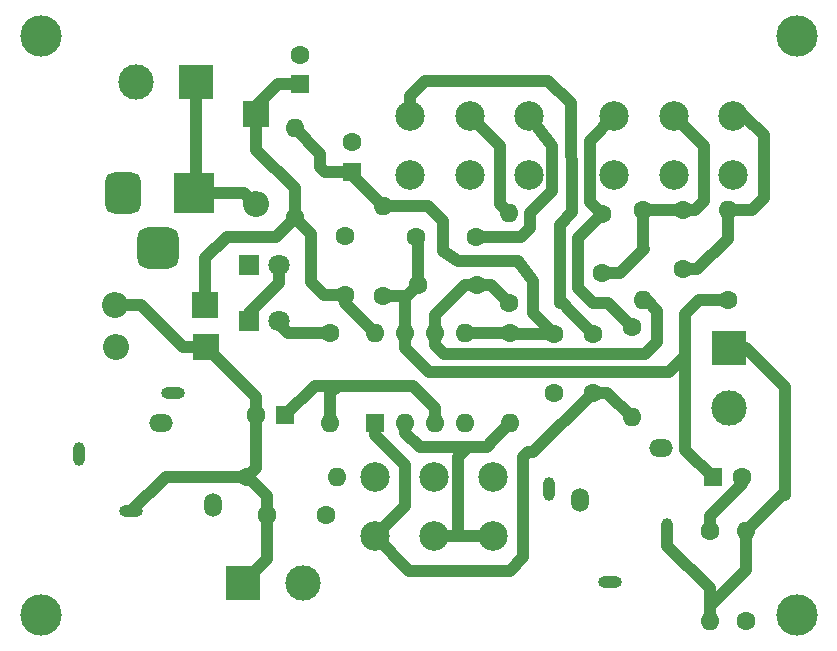
<source format=gbr>
%TF.GenerationSoftware,KiCad,Pcbnew,(6.0.2)*%
%TF.CreationDate,2022-04-13T08:42:36-05:00*%
%TF.ProjectId,PhonoJFET,50686f6e-6f4a-4464-9554-2e6b69636164,rev?*%
%TF.SameCoordinates,Original*%
%TF.FileFunction,Copper,L2,Bot*%
%TF.FilePolarity,Positive*%
%FSLAX46Y46*%
G04 Gerber Fmt 4.6, Leading zero omitted, Abs format (unit mm)*
G04 Created by KiCad (PCBNEW (6.0.2)) date 2022-04-13 08:42:36*
%MOMM*%
%LPD*%
G01*
G04 APERTURE LIST*
G04 Aperture macros list*
%AMRoundRect*
0 Rectangle with rounded corners*
0 $1 Rounding radius*
0 $2 $3 $4 $5 $6 $7 $8 $9 X,Y pos of 4 corners*
0 Add a 4 corners polygon primitive as box body*
4,1,4,$2,$3,$4,$5,$6,$7,$8,$9,$2,$3,0*
0 Add four circle primitives for the rounded corners*
1,1,$1+$1,$2,$3*
1,1,$1+$1,$4,$5*
1,1,$1+$1,$6,$7*
1,1,$1+$1,$8,$9*
0 Add four rect primitives between the rounded corners*
20,1,$1+$1,$2,$3,$4,$5,0*
20,1,$1+$1,$4,$5,$6,$7,0*
20,1,$1+$1,$6,$7,$8,$9,0*
20,1,$1+$1,$8,$9,$2,$3,0*%
G04 Aperture macros list end*
%TA.AperFunction,ComponentPad*%
%ADD10R,1.600000X1.600000*%
%TD*%
%TA.AperFunction,ComponentPad*%
%ADD11C,1.600000*%
%TD*%
%TA.AperFunction,ComponentPad*%
%ADD12C,3.500000*%
%TD*%
%TA.AperFunction,ComponentPad*%
%ADD13R,1.800000X1.800000*%
%TD*%
%TA.AperFunction,ComponentPad*%
%ADD14C,1.800000*%
%TD*%
%TA.AperFunction,ComponentPad*%
%ADD15C,2.500000*%
%TD*%
%TA.AperFunction,ComponentPad*%
%ADD16O,1.600000X1.600000*%
%TD*%
%TA.AperFunction,ComponentPad*%
%ADD17O,2.000000X1.000000*%
%TD*%
%TA.AperFunction,ComponentPad*%
%ADD18O,1.000000X2.000000*%
%TD*%
%TA.AperFunction,ComponentPad*%
%ADD19O,1.500000X2.000000*%
%TD*%
%TA.AperFunction,ComponentPad*%
%ADD20O,2.000000X1.500000*%
%TD*%
%TA.AperFunction,ComponentPad*%
%ADD21R,2.200000X2.200000*%
%TD*%
%TA.AperFunction,ComponentPad*%
%ADD22O,2.200000X2.200000*%
%TD*%
%TA.AperFunction,ComponentPad*%
%ADD23R,3.000000X3.000000*%
%TD*%
%TA.AperFunction,ComponentPad*%
%ADD24C,3.000000*%
%TD*%
%TA.AperFunction,ComponentPad*%
%ADD25R,3.500000X3.500000*%
%TD*%
%TA.AperFunction,ComponentPad*%
%ADD26RoundRect,0.750000X-0.750000X-1.000000X0.750000X-1.000000X0.750000X1.000000X-0.750000X1.000000X0*%
%TD*%
%TA.AperFunction,ComponentPad*%
%ADD27RoundRect,0.875000X-0.875000X-0.875000X0.875000X-0.875000X0.875000X0.875000X-0.875000X0.875000X0*%
%TD*%
%TA.AperFunction,Conductor*%
%ADD28C,1.000000*%
%TD*%
G04 APERTURE END LIST*
D10*
%TO.P,C1,1*%
%TO.N,Net-(C1-Pad1)*%
X99695000Y-144119600D03*
D11*
%TO.P,C1,2*%
%TO.N,Net-(C1-Pad2)*%
X97195000Y-144119600D03*
%TD*%
D12*
%TO.P,J9,1,Pin_1*%
%TO.N,unconnected-(J9-Pad1)*%
X79000000Y-161000000D03*
%TD*%
D13*
%TO.P,D2,1,K*%
%TO.N,Net-(D2-Pad1)*%
X96650000Y-136100000D03*
D14*
%TO.P,D2,2,A*%
%TO.N,+6V*%
X99190000Y-136100000D03*
%TD*%
D10*
%TO.P,C3,1*%
%TO.N,+6V*%
X105375000Y-123475000D03*
D11*
%TO.P,C3,2*%
%TO.N,GND*%
X105375000Y-120975000D03*
%TD*%
D15*
%TO.P,RV3,1,1*%
%TO.N,Net-(C9-Pad2)*%
X110316000Y-118776500D03*
%TO.P,RV3,2,2*%
%TO.N,Net-(R7-Pad2)*%
X115316000Y-118776500D03*
%TO.P,RV3,3,3*%
%TO.N,Net-(C8-Pad1)*%
X120316000Y-118776500D03*
%TO.P,RV3,4*%
%TO.N,N/C*%
X110316000Y-123776500D03*
%TO.P,RV3,5*%
X115316000Y-123776500D03*
%TO.P,RV3,6*%
X120316000Y-123776500D03*
%TD*%
D11*
%TO.P,R11,1*%
%TO.N,Net-(C11-Pad2)*%
X135636000Y-153924000D03*
D16*
%TO.P,R11,2*%
%TO.N,Net-(J4-Pad1)*%
X135636000Y-161544000D03*
%TD*%
D11*
%TO.P,R10,1*%
%TO.N,GND*%
X138684000Y-161544000D03*
D16*
%TO.P,R10,2*%
%TO.N,Net-(J4-Pad1)*%
X138684000Y-153924000D03*
%TD*%
D11*
%TO.P,C4,1*%
%TO.N,+6V*%
X122428000Y-137200000D03*
%TO.P,C4,2*%
%TO.N,GND*%
X122428000Y-142200000D03*
%TD*%
D13*
%TO.P,D3,1,K*%
%TO.N,GND*%
X96625000Y-131375000D03*
D14*
%TO.P,D3,2,A*%
%TO.N,Net-(D2-Pad1)*%
X99165000Y-131375000D03*
%TD*%
D11*
%TO.P,R7,1*%
%TO.N,Net-(C10-Pad2)*%
X118618000Y-134620000D03*
D16*
%TO.P,R7,2*%
%TO.N,Net-(R7-Pad2)*%
X118618000Y-127000000D03*
%TD*%
D11*
%TO.P,R6,1*%
%TO.N,Net-(C5-Pad2)*%
X130000000Y-126746000D03*
D16*
%TO.P,R6,2*%
%TO.N,Net-(C10-Pad2)*%
X130000000Y-134366000D03*
%TD*%
D11*
%TO.P,C7,1*%
%TO.N,Net-(C2-Pad1)*%
X104775000Y-133945000D03*
%TO.P,C7,2*%
%TO.N,GND*%
X104775000Y-128945000D03*
%TD*%
D10*
%TO.P,C2,1*%
%TO.N,Net-(C2-Pad1)*%
X100925000Y-116075000D03*
D11*
%TO.P,C2,2*%
%TO.N,GND*%
X100925000Y-113575000D03*
%TD*%
D17*
%TO.P,J2,1,Pin_1*%
%TO.N,Net-(C1-Pad2)*%
X86690000Y-152200000D03*
%TO.P,J2,2,Pin_2*%
%TO.N,unconnected-(J2-Pad2)*%
X90190000Y-142200000D03*
D18*
%TO.P,J2,3,Pin_3*%
%TO.N,GND*%
X82290000Y-147400000D03*
D19*
%TO.P,J2,4*%
%TO.N,N/C*%
X93590000Y-151700000D03*
D20*
%TO.P,J2,5*%
X89190000Y-144800000D03*
%TD*%
D11*
%TO.P,R5,1*%
%TO.N,Net-(C6-Pad1)*%
X129050000Y-136650000D03*
D16*
%TO.P,R5,2*%
%TO.N,Net-(C9-Pad1)*%
X129050000Y-144270000D03*
%TD*%
D21*
%TO.P,D4,1,K*%
%TO.N,Net-(C2-Pad1)*%
X92950000Y-134770000D03*
D22*
%TO.P,D4,2,A*%
%TO.N,Net-(C1-Pad2)*%
X85330000Y-134770000D03*
%TD*%
D11*
%TO.P,C12,1*%
%TO.N,Net-(C1-Pad2)*%
X98180000Y-152510000D03*
%TO.P,C12,2*%
%TO.N,GND*%
X103180000Y-152510000D03*
%TD*%
%TO.P,R9,1*%
%TO.N,Net-(C1-Pad2)*%
X96460000Y-149290000D03*
D16*
%TO.P,R9,2*%
%TO.N,GND*%
X104080000Y-149290000D03*
%TD*%
D18*
%TO.P,J5,1,Pin_1*%
%TO.N,Net-(J4-Pad1)*%
X132040000Y-153810000D03*
%TO.P,J5,2,Pin_2*%
%TO.N,unconnected-(J5-Pad2)*%
X122040000Y-150310000D03*
D17*
%TO.P,J5,3,Pin_3*%
%TO.N,GND*%
X127240000Y-158210000D03*
D20*
%TO.P,J5,4*%
%TO.N,N/C*%
X131540000Y-146910000D03*
D19*
%TO.P,J5,5*%
X124640000Y-151310000D03*
%TD*%
D11*
%TO.P,R3,1*%
%TO.N,Net-(C2-Pad1)*%
X100500000Y-127435000D03*
D16*
%TO.P,R3,2*%
%TO.N,+6V*%
X100500000Y-119815000D03*
%TD*%
D10*
%TO.P,U1,1*%
%TO.N,Net-(C9-Pad1)*%
X107325000Y-144770000D03*
D16*
%TO.P,U1,2,-*%
%TO.N,Net-(R2-Pad2)*%
X109865000Y-144770000D03*
%TO.P,U1,3,+*%
%TO.N,Net-(C1-Pad1)*%
X112405000Y-144770000D03*
%TO.P,U1,4,V-*%
%TO.N,GND*%
X114945000Y-144770000D03*
%TO.P,U1,5,+*%
%TO.N,+6V*%
X114945000Y-137150000D03*
%TO.P,U1,6,-*%
%TO.N,Net-(C10-Pad2)*%
X112405000Y-137150000D03*
%TO.P,U1,7*%
%TO.N,Net-(C10-Pad1)*%
X109865000Y-137150000D03*
%TO.P,U1,8,V+*%
%TO.N,Net-(C2-Pad1)*%
X107325000Y-137150000D03*
%TD*%
D15*
%TO.P,RV1,1,1*%
%TO.N,Net-(R2-Pad2)*%
X117270000Y-154330000D03*
%TO.P,RV1,2,2*%
X112270000Y-154330000D03*
%TO.P,RV1,3,3*%
%TO.N,Net-(C9-Pad1)*%
X107270000Y-154330000D03*
%TO.P,RV1,4*%
%TO.N,N/C*%
X117270000Y-149330000D03*
%TO.P,RV1,5*%
X112270000Y-149330000D03*
%TO.P,RV1,6*%
X107270000Y-149330000D03*
%TD*%
D11*
%TO.P,R1,1*%
%TO.N,+6V*%
X103505000Y-137160000D03*
D16*
%TO.P,R1,2*%
%TO.N,Net-(C1-Pad1)*%
X103505000Y-144780000D03*
%TD*%
D11*
%TO.P,C8,1*%
%TO.N,Net-(C8-Pad1)*%
X115824000Y-129032000D03*
%TO.P,C8,2*%
%TO.N,Net-(C10-Pad1)*%
X110824000Y-129032000D03*
%TD*%
%TO.P,C9,1*%
%TO.N,Net-(C9-Pad1)*%
X125730000Y-142200000D03*
%TO.P,C9,2*%
%TO.N,Net-(C9-Pad2)*%
X125730000Y-137200000D03*
%TD*%
D15*
%TO.P,RV2,1,1*%
%TO.N,Net-(C6-Pad1)*%
X127588000Y-118776500D03*
%TO.P,RV2,2,2*%
%TO.N,Net-(C5-Pad2)*%
X132588000Y-118776500D03*
%TO.P,RV2,3,3*%
%TO.N,Net-(C5-Pad1)*%
X137588000Y-118776500D03*
%TO.P,RV2,4*%
%TO.N,N/C*%
X127588000Y-123776500D03*
%TO.P,RV2,5*%
X132588000Y-123776500D03*
%TO.P,RV2,6*%
X137588000Y-123776500D03*
%TD*%
D23*
%TO.P,J10,1,Pin_1*%
%TO.N,+12V*%
X92190000Y-115925000D03*
D24*
%TO.P,J10,2,Pin_2*%
%TO.N,GND*%
X87110000Y-115925000D03*
%TD*%
D11*
%TO.P,R8,1*%
%TO.N,Net-(C10-Pad1)*%
X107950000Y-133985000D03*
D16*
%TO.P,R8,2*%
%TO.N,+6V*%
X107950000Y-126365000D03*
%TD*%
D11*
%TO.P,C10,1*%
%TO.N,Net-(C10-Pad1)*%
X110911000Y-133096000D03*
%TO.P,C10,2*%
%TO.N,Net-(C10-Pad2)*%
X115911000Y-133096000D03*
%TD*%
D10*
%TO.P,C11,1*%
%TO.N,Net-(C10-Pad1)*%
X135890000Y-149352000D03*
D11*
%TO.P,C11,2*%
%TO.N,Net-(C11-Pad2)*%
X138390000Y-149352000D03*
%TD*%
D12*
%TO.P,J8,1,Pin_1*%
%TO.N,unconnected-(J8-Pad1)*%
X79000000Y-112000000D03*
%TD*%
%TO.P,J7,1,Pin_1*%
%TO.N,unconnected-(J7-Pad1)*%
X143000000Y-161000000D03*
%TD*%
D25*
%TO.P,J3,1*%
%TO.N,+12V*%
X91975000Y-125250000D03*
D26*
%TO.P,J3,2*%
%TO.N,GND*%
X85975000Y-125250000D03*
D27*
%TO.P,J3,3*%
%TO.N,unconnected-(J3-Pad3)*%
X88975000Y-129950000D03*
%TD*%
D23*
%TO.P,J4,1,Pin_1*%
%TO.N,Net-(J4-Pad1)*%
X137287000Y-138430000D03*
D24*
%TO.P,J4,2,Pin_2*%
%TO.N,GND*%
X137287000Y-143510000D03*
%TD*%
D11*
%TO.P,R4,1*%
%TO.N,Net-(C10-Pad1)*%
X137160000Y-134366000D03*
D16*
%TO.P,R4,2*%
%TO.N,Net-(C5-Pad1)*%
X137160000Y-126746000D03*
%TD*%
D21*
%TO.P,D1,1,K*%
%TO.N,Net-(C2-Pad1)*%
X97225000Y-118618000D03*
D22*
%TO.P,D1,2,A*%
%TO.N,+12V*%
X97225000Y-126238000D03*
%TD*%
D21*
%TO.P,D5,1,K*%
%TO.N,Net-(C1-Pad2)*%
X92964000Y-138310000D03*
D22*
%TO.P,D5,2,A*%
%TO.N,GND*%
X85344000Y-138310000D03*
%TD*%
D11*
%TO.P,C5,1*%
%TO.N,Net-(C5-Pad1)*%
X133350000Y-131746000D03*
%TO.P,C5,2*%
%TO.N,Net-(C5-Pad2)*%
X133350000Y-126746000D03*
%TD*%
%TO.P,R2,1*%
%TO.N,+6V*%
X118745000Y-137160000D03*
D16*
%TO.P,R2,2*%
%TO.N,Net-(R2-Pad2)*%
X118745000Y-144780000D03*
%TD*%
D23*
%TO.P,J1,1,Pin_1*%
%TO.N,Net-(C1-Pad2)*%
X96120000Y-158310000D03*
D24*
%TO.P,J1,2,Pin_2*%
%TO.N,GND*%
X101200000Y-158310000D03*
%TD*%
D12*
%TO.P,J6,1,Pin_1*%
%TO.N,unconnected-(J6-Pad1)*%
X143000000Y-112000000D03*
%TD*%
D11*
%TO.P,C6,1*%
%TO.N,Net-(C6-Pad1)*%
X126492000Y-127040000D03*
%TO.P,C6,2*%
%TO.N,Net-(C5-Pad2)*%
X126492000Y-132040000D03*
%TD*%
D28*
%TO.N,+6V*%
X113030000Y-130175000D02*
X114300000Y-131064000D01*
X120650000Y-132715000D02*
X120650000Y-135422000D01*
X120650000Y-135422000D02*
X122428000Y-137200000D01*
X113030000Y-127635000D02*
X113030000Y-130175000D01*
X119380000Y-131064000D02*
X120650000Y-132715000D01*
X111760000Y-126365000D02*
X113030000Y-127635000D01*
X107950000Y-126365000D02*
X111760000Y-126365000D01*
X114300000Y-131064000D02*
X119380000Y-131064000D01*
%TO.N,Net-(C1-Pad2)*%
X98180000Y-152510000D02*
X98180000Y-156250000D01*
X92964000Y-138310000D02*
X91066000Y-138310000D01*
X98180000Y-150940000D02*
X96530000Y-149290000D01*
X98180000Y-152510000D02*
X98180000Y-150940000D01*
X91066000Y-138310000D02*
X87526000Y-134770000D01*
X97195000Y-144119600D02*
X97195000Y-142541000D01*
X97195000Y-142541000D02*
X92964000Y-138310000D01*
X89600000Y-149290000D02*
X86690000Y-152200000D01*
X96530000Y-149290000D02*
X96460000Y-149290000D01*
X97195000Y-144119600D02*
X97195000Y-148555000D01*
X87526000Y-134770000D02*
X85330000Y-134770000D01*
X96460000Y-149290000D02*
X89600000Y-149290000D01*
X98180000Y-156250000D02*
X96120000Y-158310000D01*
X97195000Y-148555000D02*
X96460000Y-149290000D01*
%TO.N,Net-(C2-Pad1)*%
X99063000Y-116075000D02*
X97225000Y-117913000D01*
X104775000Y-134600000D02*
X107325000Y-137150000D01*
X97225000Y-121609000D02*
X97225000Y-118618000D01*
X98903000Y-129032000D02*
X94742000Y-129032000D01*
X100500000Y-127435000D02*
X100500000Y-124884000D01*
X101854000Y-128789000D02*
X100500000Y-127435000D01*
X94742000Y-129032000D02*
X92950000Y-130824000D01*
X100500000Y-127435000D02*
X98903000Y-129032000D01*
X100500000Y-124884000D02*
X97225000Y-121609000D01*
X104775000Y-133945000D02*
X102957000Y-133945000D01*
X101854000Y-132842000D02*
X101854000Y-128789000D01*
X100925000Y-116075000D02*
X99063000Y-116075000D01*
X97225000Y-117913000D02*
X97225000Y-118618000D01*
X104775000Y-133945000D02*
X104775000Y-134600000D01*
X92950000Y-130824000D02*
X92950000Y-134770000D01*
X102957000Y-133945000D02*
X101854000Y-132842000D01*
%TO.N,+6V*%
X122428000Y-137200000D02*
X118785000Y-137200000D01*
X114955000Y-137160000D02*
X114945000Y-137150000D01*
X99190000Y-136100000D02*
X99190000Y-136415000D01*
X118745000Y-137160000D02*
X114955000Y-137160000D01*
X105375000Y-123475000D02*
X105375000Y-123790000D01*
X105375000Y-123790000D02*
X107950000Y-126365000D01*
X100500000Y-119815000D02*
X102650000Y-121965000D01*
X102650000Y-123075000D02*
X103050000Y-123475000D01*
X103050000Y-123475000D02*
X105375000Y-123475000D01*
X102650000Y-121965000D02*
X102650000Y-123075000D01*
X99190000Y-136415000D02*
X99935000Y-137160000D01*
X99935000Y-137160000D02*
X103505000Y-137160000D01*
X118785000Y-137200000D02*
X118745000Y-137160000D01*
%TO.N,Net-(C5-Pad1)*%
X137160000Y-126746000D02*
X137160000Y-129159000D01*
X138588500Y-118776500D02*
X137588000Y-118776500D01*
X134573000Y-131746000D02*
X133350000Y-131746000D01*
X140208000Y-125730000D02*
X140208000Y-120396000D01*
X137160000Y-126746000D02*
X139192000Y-126746000D01*
X139192000Y-126746000D02*
X140208000Y-125730000D01*
X140208000Y-120396000D02*
X138588500Y-118776500D01*
X137160000Y-129159000D02*
X134573000Y-131746000D01*
%TO.N,Net-(C5-Pad2)*%
X133350000Y-126746000D02*
X134366000Y-126746000D01*
X126492000Y-132040000D02*
X128056000Y-132040000D01*
X134366000Y-126746000D02*
X135128000Y-125984000D01*
X135128000Y-125984000D02*
X135128000Y-121316500D01*
X133350000Y-126746000D02*
X130000000Y-126746000D01*
X130000000Y-130000000D02*
X130000000Y-126746000D01*
X135128000Y-121316500D02*
X132588000Y-118776500D01*
X130048000Y-130048000D02*
X130000000Y-130000000D01*
X128056000Y-132040000D02*
X130048000Y-130048000D01*
%TO.N,Net-(C6-Pad1)*%
X125476000Y-120888500D02*
X127588000Y-118776500D01*
X124460000Y-133350000D02*
X124460000Y-129072000D01*
X129050000Y-136650000D02*
X127020000Y-134620000D01*
X127020000Y-134620000D02*
X125730000Y-134620000D01*
X126492000Y-127040000D02*
X125476000Y-126024000D01*
X124460000Y-129072000D02*
X126492000Y-127040000D01*
X125730000Y-134620000D02*
X124460000Y-133350000D01*
X125476000Y-126024000D02*
X125476000Y-120888500D01*
%TO.N,Net-(C8-Pad1)*%
X115824000Y-129032000D02*
X119634000Y-129032000D01*
X119634000Y-129032000D02*
X120396000Y-128270000D01*
X122330000Y-125080000D02*
X122330000Y-121280000D01*
X122330000Y-121280000D02*
X120316000Y-118776500D01*
X120396000Y-127000000D02*
X122330000Y-125080000D01*
X120396000Y-128270000D02*
X120396000Y-127000000D01*
%TO.N,Net-(C10-Pad1)*%
X133560000Y-138760000D02*
X133560000Y-135520000D01*
X109708000Y-133985000D02*
X107950000Y-133985000D01*
X132230000Y-140420000D02*
X133560000Y-139090000D01*
X109865000Y-138405000D02*
X111880000Y-140420000D01*
X134714000Y-134366000D02*
X137160000Y-134366000D01*
X109865000Y-134142000D02*
X109708000Y-133985000D01*
X111880000Y-140420000D02*
X132230000Y-140420000D01*
X133560000Y-147022000D02*
X135890000Y-149352000D01*
X110911000Y-129119000D02*
X110824000Y-129032000D01*
X133560000Y-135520000D02*
X134714000Y-134366000D01*
X110911000Y-133096000D02*
X110911000Y-129119000D01*
X109865000Y-137150000D02*
X109865000Y-138405000D01*
X109865000Y-137150000D02*
X109865000Y-134142000D01*
X133560000Y-139090000D02*
X133560000Y-138760000D01*
X109865000Y-134142000D02*
X110911000Y-133096000D01*
X133560000Y-139090000D02*
X133560000Y-147022000D01*
%TO.N,Net-(C9-Pad1)*%
X107325000Y-144770000D02*
X107325000Y-145785000D01*
X125730000Y-142200000D02*
X126980000Y-142200000D01*
X109840000Y-148300000D02*
X109840000Y-151760000D01*
X120290000Y-147210000D02*
X119860000Y-147640000D01*
X118700000Y-157280000D02*
X110220000Y-157280000D01*
X107325000Y-145785000D02*
X109840000Y-148300000D01*
X119860000Y-156120000D02*
X118700000Y-157280000D01*
X120720000Y-147210000D02*
X120290000Y-147210000D01*
X125730000Y-142200000D02*
X120720000Y-147210000D01*
X110220000Y-157280000D02*
X107270000Y-154330000D01*
X126980000Y-142200000D02*
X129050000Y-144270000D01*
X119860000Y-147640000D02*
X119860000Y-156120000D01*
X109840000Y-151760000D02*
X107270000Y-154330000D01*
%TO.N,Net-(C9-Pad2)*%
X123825000Y-135295000D02*
X123825000Y-135255000D01*
X110236000Y-117094000D02*
X110236000Y-118696500D01*
X122936000Y-128016000D02*
X123950000Y-126900000D01*
X110236000Y-118696500D02*
X110316000Y-118776500D01*
X125730000Y-137200000D02*
X123825000Y-135295000D01*
X122936000Y-134620000D02*
X122936000Y-128016000D01*
X121920000Y-115824000D02*
X111506000Y-115824000D01*
X111506000Y-115824000D02*
X110236000Y-117094000D01*
X123950000Y-126900000D02*
X123920000Y-117690000D01*
X123190000Y-134620000D02*
X122936000Y-134620000D01*
X123920000Y-117690000D02*
X121920000Y-115824000D01*
X123825000Y-135255000D02*
X123190000Y-134620000D01*
%TO.N,Net-(C10-Pad2)*%
X112405000Y-135626000D02*
X114935000Y-133096000D01*
X113157000Y-138938000D02*
X130175000Y-138938000D01*
X117094000Y-133096000D02*
X118618000Y-134620000D01*
X112405000Y-137150000D02*
X112405000Y-135626000D01*
X112405000Y-137150000D02*
X112405000Y-138186000D01*
X131191000Y-135255000D02*
X130302000Y-134366000D01*
X115911000Y-133096000D02*
X117094000Y-133096000D01*
X131191000Y-137922000D02*
X131191000Y-135255000D01*
X114935000Y-133096000D02*
X115911000Y-133096000D01*
X112405000Y-138186000D02*
X113157000Y-138938000D01*
X130175000Y-138938000D02*
X131191000Y-137922000D01*
%TO.N,Net-(C11-Pad2)*%
X135636000Y-152654000D02*
X135636000Y-153924000D01*
X138390000Y-149900000D02*
X135636000Y-152654000D01*
X138390000Y-149352000D02*
X138390000Y-149900000D01*
%TO.N,+12V*%
X96237000Y-125250000D02*
X97225000Y-126238000D01*
X92190000Y-125035000D02*
X91975000Y-125250000D01*
X91975000Y-125250000D02*
X96237000Y-125250000D01*
X92003000Y-125222000D02*
X91975000Y-125250000D01*
X92190000Y-115925000D02*
X92190000Y-125035000D01*
%TO.N,Net-(D2-Pad1)*%
X96650000Y-135450000D02*
X99165000Y-132935000D01*
X96650000Y-136100000D02*
X96650000Y-135450000D01*
X99165000Y-132935000D02*
X99165000Y-131375000D01*
%TO.N,Net-(R2-Pad2)*%
X116540000Y-146830000D02*
X115180000Y-146830000D01*
X116810000Y-146830000D02*
X116540000Y-146830000D01*
X109865000Y-145565000D02*
X109865000Y-144770000D01*
X115180000Y-146830000D02*
X114360000Y-147650000D01*
X117070000Y-146570000D02*
X116810000Y-146830000D01*
X118745000Y-144780000D02*
X117070000Y-146455000D01*
X114360000Y-154330000D02*
X117270000Y-154330000D01*
X114360000Y-147650000D02*
X114360000Y-154330000D01*
X112270000Y-154330000D02*
X114360000Y-154330000D01*
X112504000Y-146830000D02*
X111130000Y-146830000D01*
X116540000Y-146830000D02*
X112504000Y-146830000D01*
X117070000Y-146455000D02*
X117070000Y-146570000D01*
X111130000Y-146830000D02*
X109865000Y-145565000D01*
%TO.N,Net-(R7-Pad2)*%
X115316000Y-118776500D02*
X117856000Y-121316500D01*
X117856000Y-126238000D02*
X118618000Y-127000000D01*
X117856000Y-121316500D02*
X117856000Y-126238000D01*
%TO.N,Net-(C1-Pad1)*%
X104140000Y-141605000D02*
X102235000Y-141605000D01*
X112405000Y-144770000D02*
X112405000Y-143520000D01*
X102235000Y-141605000D02*
X99720400Y-144119600D01*
X103505000Y-144780000D02*
X103505000Y-142240000D01*
X99720400Y-144119600D02*
X99695000Y-144119600D01*
X103505000Y-142240000D02*
X104140000Y-141605000D01*
X110490000Y-141605000D02*
X104140000Y-141605000D01*
X112405000Y-143520000D02*
X110490000Y-141605000D01*
%TO.N,Net-(J4-Pad1)*%
X141986000Y-150876000D02*
X141986000Y-141732000D01*
X138684000Y-157226000D02*
X138684000Y-153924000D01*
X135636000Y-161544000D02*
X135636000Y-160274000D01*
X138684000Y-138430000D02*
X137287000Y-138430000D01*
X135636000Y-160274000D02*
X138684000Y-157226000D01*
X141986000Y-141732000D02*
X138684000Y-138430000D01*
X135636000Y-158750000D02*
X135636000Y-161544000D01*
X132040000Y-153810000D02*
X132040000Y-155154000D01*
X141732000Y-150876000D02*
X141986000Y-150876000D01*
X132040000Y-155154000D02*
X135636000Y-158750000D01*
X138684000Y-153924000D02*
X141732000Y-150876000D01*
%TD*%
M02*

</source>
